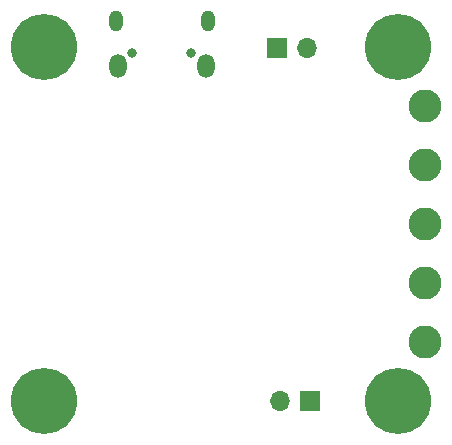
<source format=gbr>
%TF.GenerationSoftware,KiCad,Pcbnew,7.0.1*%
%TF.CreationDate,2023-05-14T20:32:12+02:00*%
%TF.ProjectId,adr4520_vref,61647234-3532-4305-9f76-7265662e6b69,rev?*%
%TF.SameCoordinates,Original*%
%TF.FileFunction,Soldermask,Bot*%
%TF.FilePolarity,Negative*%
%FSLAX46Y46*%
G04 Gerber Fmt 4.6, Leading zero omitted, Abs format (unit mm)*
G04 Created by KiCad (PCBNEW 7.0.1) date 2023-05-14 20:32:12*
%MOMM*%
%LPD*%
G01*
G04 APERTURE LIST*
%ADD10R,1.700000X1.700000*%
%ADD11O,1.700000X1.700000*%
%ADD12C,5.600000*%
%ADD13C,2.800000*%
%ADD14O,0.800000X0.800000*%
%ADD15O,1.150000X1.800000*%
%ADD16O,1.450000X2.000000*%
G04 APERTURE END LIST*
D10*
%TO.C,J2*%
X77540000Y-85000000D03*
D11*
X75000000Y-85000000D03*
%TD*%
D10*
%TO.C,J3*%
X74725000Y-55125000D03*
D11*
X77265000Y-55125000D03*
%TD*%
D12*
%TO.C,H3*%
X55000000Y-85000000D03*
%TD*%
D13*
%TO.C,TP3*%
X87250000Y-60000000D03*
%TD*%
%TO.C,TP5*%
X87250000Y-70000000D03*
%TD*%
D12*
%TO.C,H2*%
X85000000Y-55000000D03*
%TD*%
D14*
%TO.C,J1*%
X67500000Y-55550000D03*
X62500000Y-55550000D03*
D15*
X68875000Y-52800000D03*
D16*
X68725000Y-56600000D03*
X61275000Y-56600000D03*
D15*
X61125000Y-52800000D03*
%TD*%
D13*
%TO.C,TP2*%
X87250000Y-75000000D03*
%TD*%
%TO.C,TP1*%
X87250000Y-80000000D03*
%TD*%
%TO.C,TP4*%
X87250000Y-65000000D03*
%TD*%
D12*
%TO.C,H1*%
X55000000Y-55000000D03*
%TD*%
%TO.C,H4*%
X85000000Y-85000000D03*
%TD*%
M02*

</source>
